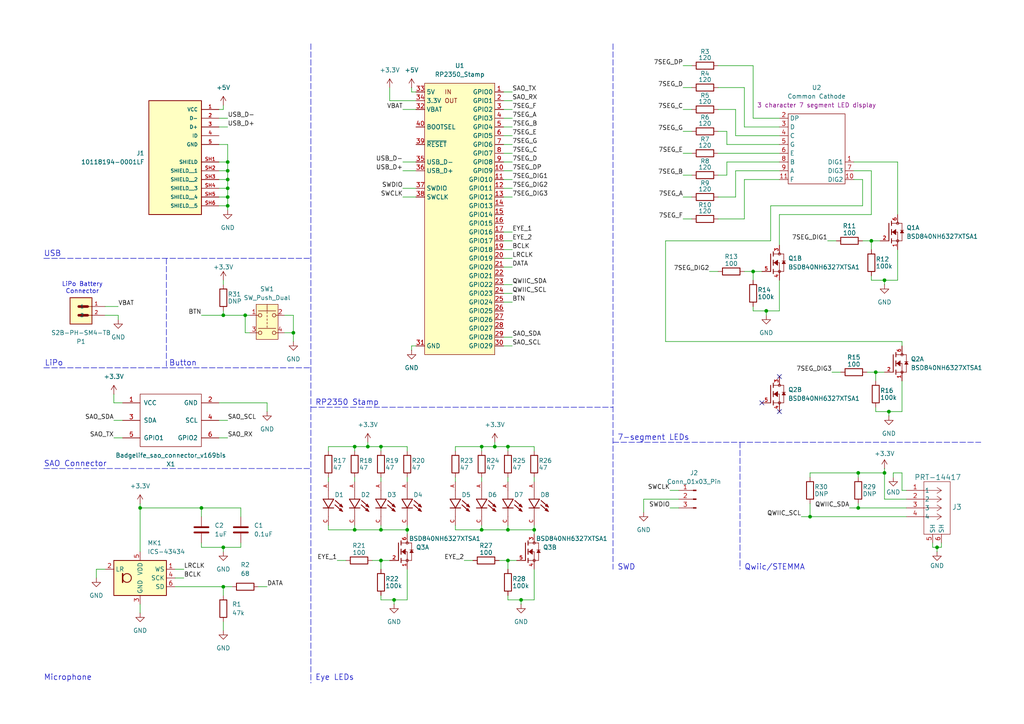
<source format=kicad_sch>
(kicad_sch (version 20250114) (generator "eeschema") (generator_version "9.0")
  (paper "A4")
  (title_block (title "Crommeter") (date "2025-09-20") (rev "v01") (company "creativecommons.org/licenses/by/4.0/") (comment 1 "License: CC BY 4.0") (comment 2 "Author: Shawn Hymel"))
  (lib_symbols
    (symbol "10118194-0001LF:10118194-0001LF" (pin_names (offset 1.016))
      (property "Reference" "J" (at -7.62 10.922 0))
      (property "Value" "10118194-0001LF" (at -7.62 -25.4 0))
      (symbol "10118194-0001LF_0_0"
        (pin power_in line (at -12.7 7.62 0) (length 5.08) (name "VCC") (number "1"))
        (pin bidirectional line (at -12.7 5.08 0) (length 5.08) (name "D-") (number "2"))
        (pin bidirectional line (at -12.7 2.54 0) (length 5.08) (name "D+") (number "3"))
        (pin bidirectional line (at -12.7 0 0) (length 5.08) (name "ID") (number "4"))
        (pin power_in line (at -12.7 -2.54 0) (length 5.08) (name "GND") (number "5"))
        (pin passive line (at -12.7 -7.62 0) (length 5.08) (name "SHIELD") (number "SH1"))
        (pin passive line (at -12.7 -10.16 0) (length 5.08) (name "SHIELD__1") (number "SH2"))
        (pin passive line (at -12.7 -12.7 0) (length 5.08) (name "SHIELD__2") (number "SH3"))
        (pin passive line (at -12.7 -15.24 0) (length 5.08) (name "SHIELD__3") (number "SH4"))
        (pin passive line (at -12.7 -17.78 0) (length 5.08) (name "SHIELD__4") (number "SH5"))
        (pin passive line (at -12.7 -20.32 0) (length 5.08) (name "SHIELD__5") (number "SH6"))
      )
    )
    (symbol "BSD840NH6327XTSA1:BSD840NH6327XTSA1" (pin_names (offset 1.016))
      (property "Reference" "Q" (at -8.89 2.54 0))
      (property "Value" "BSD840NH6327XTSA1" (at -8.89 -7.62 0))
      (symbol "BSD840NH6327XTSA1_1_0"
        (pin passive line (at -2.54 -2.54 0) (length 2.54) (name "~") (number "2"))
        (pin passive line (at 2.54 5.08 270) (length 2.54) (name "~") (number "6"))
        (pin passive line (at 2.54 -5.08 90) (length 2.54) (name "~") (number "1"))
      )
      (symbol "BSD840NH6327XTSA1_2_0"
        (pin passive line (at -2.54 -2.54 0) (length 2.54) (name "~") (number "5"))
        (pin passive line (at 2.54 5.08 270) (length 2.54) (name "~") (number "3"))
        (pin passive line (at 2.54 -5.08 90) (length 2.54) (name "~") (number "4"))
      )
    )
    (symbol "CUW_Y3SH.B2-GFJD-5J6T-Z242-20-R18-Z:CUW_Y3SH.B2-GFJD-5J6T-Z242-20-R18-Z" (pin_names (offset 1.016))
      (property "Reference" "D" (at -3.556 4.4958 0))
      (property "Value" "CUW_Y3SH.B2-GFJD-5J6T-Z242-20-R18-Z" (at -3.556 -3.302 0))
      (symbol "CUW_Y3SH.B2-GFJD-5J6T-Z242-20-R18-Z_0_0"
        (pin passive line (at -7.62 0 0) (length 2.54) (name "~") (number "A"))
        (pin passive line (at 5.08 0 180) (length 2.54) (name "~") (number "C"))
      )
    )
    (symbol "Connector:Conn_01x03_Pin" (pin_names (offset 1.016) (hide yes))
      (property "Reference" "J" (at 0 5.08 0))
      (property "Value" "Conn_01x03_Pin" (at 0 -5.08 0))
      (symbol "Conn_01x03_Pin_1_1"
        (pin passive line (at 5.08 2.54 180) (length 3.81) (name "Pin_1") (number "1"))
        (pin passive line (at 5.08 0 180) (length 3.81) (name "Pin_2") (number "2"))
        (pin passive line (at 5.08 -2.54 180) (length 3.81) (name "Pin_3") (number "3"))
      )
    )
    (symbol "Device:C" (pin_numbers (hide yes)) (pin_names (offset 0.254))
      (property "Reference" "C" (at 0.635 2.54 0))
      (property "Value" "C" (at 0.635 -2.54 0))
      (symbol "C_1_1"
        (pin passive line (at 0 3.81 270) (length 2.794) (name "~") (number "1"))
        (pin passive line (at 0 -3.81 90) (length 2.794) (name "~") (number "2"))
      )
    )
    (symbol "Device:R" (pin_numbers (hide yes)) (pin_names (offset 0))
      (property "Reference" "R" (at 2.032 0 90))
      (property "Value" "R" (at 0 0 90))
      (symbol "R_1_1"
        (pin passive line (at 0 3.81 270) (length 1.27) (name "~") (number "1"))
        (pin passive line (at 0 -3.81 90) (length 1.27) (name "~") (number "2"))
      )
    )
    (symbol "RP2xxx_Stamp:RP2350_Stamp"
      (property "Reference" "U" (at 10.16 43.18 0))
      (property "Value" "RP2350_Stamp" (at 0 -38.1 0))
      (symbol "RP2350_Stamp_0_0"
        (text "IN" (at -4.445 39.37 0) (effects (font (size 1.27 1.27)) (justify left)))
        (text "OUT" (at -4.445 36.83 0) (effects (font (size 1.27 1.27)) (justify left)))
        (pin power_in line (at -12.7 39.37 0) (length 2.54) (name "5V") (number "33"))
        (pin power_out line (at -12.7 36.83 0) (length 2.54) (name "3.3V") (number "34"))
        (pin power_in line (at -12.7 34.29 0) (length 2.54) (name "VBAT") (number "32"))
        (pin input line (at -12.7 29.21 0) (length 2.54) (name "BOOTSEL") (number "40"))
        (pin bidirectional line (at -12.7 24.13 0) (length 2.54) (name "~{RESET}") (number "39"))
        (pin bidirectional line (at -12.7 19.05 0) (length 2.54) (name "USB_D-") (number "35"))
        (pin bidirectional line (at -12.7 16.51 0) (length 2.54) (name "USB_D+") (number "36"))
        (pin bidirectional line (at -12.7 11.43 0) (length 2.54) (name "SWDIO") (number "37"))
        (pin input line (at -12.7 8.89 0) (length 2.54) (name "SWCLK") (number "38"))
        (pin power_in line (at -12.7 -34.29 0) (length 2.54) (name "GND") (number "31"))
        (pin bidirectional line (at 12.7 39.37 180) (length 2.54) (name "GPIO0") (number "1"))
        (pin bidirectional line (at 12.7 36.83 180) (length 2.54) (name "GPIO1") (number "2"))
        (pin bidirectional line (at 12.7 34.29 180) (length 2.54) (name "GPIO2") (number "3"))
        (pin bidirectional line (at 12.7 31.75 180) (length 2.54) (name "GPIO3") (number "4"))
        (pin bidirectional line (at 12.7 29.21 180) (length 2.54) (name "GPIO4") (number "5"))
        (pin bidirectional line (at 12.7 26.67 180) (length 2.54) (name "GPIO5") (number "6"))
        (pin bidirectional line (at 12.7 24.13 180) (length 2.54) (name "GPIO6") (number "7"))
        (pin bidirectional line (at 12.7 21.59 180) (length 2.54) (name "GPIO7") (number "8"))
        (pin bidirectional line (at 12.7 19.05 180) (length 2.54) (name "GPIO8") (number "9"))
        (pin bidirectional line (at 12.7 16.51 180) (length 2.54) (name "GPIO9") (number "10"))
        (pin bidirectional line (at 12.7 13.97 180) (length 2.54) (name "GPIO10") (number "11"))
        (pin bidirectional line (at 12.7 11.43 180) (length 2.54) (name "GPIO11") (number "12"))
        (pin bidirectional line (at 12.7 8.89 180) (length 2.54) (name "GPIO12") (number "13"))
        (pin bidirectional line (at 12.7 6.35 180) (length 2.54) (name "GPIO13") (number "14"))
        (pin bidirectional line (at 12.7 3.81 180) (length 2.54) (name "GPIO14") (number "15"))
        (pin bidirectional line (at 12.7 1.27 180) (length 2.54) (name "GPIO15") (number "16"))
        (pin bidirectional line (at 12.7 -1.27 180) (length 2.54) (name "GPIO16") (number "17"))
        (pin bidirectional line (at 12.7 -3.81 180) (length 2.54) (name "GPIO17") (number "18"))
        (pin bidirectional line (at 12.7 -6.35 180) (length 2.54) (name "GPIO18") (number "19"))
        (pin bidirectional line (at 12.7 -8.89 180) (length 2.54) (name "GPIO19") (number "20"))
        (pin bidirectional line (at 12.7 -11.43 180) (length 2.54) (name "GPIO20") (number "21"))
        (pin bidirectional line (at 12.7 -13.97 180) (length 2.54) (name "GPIO21") (number "22"))
        (pin bidirectional line (at 12.7 -16.51 180) (length 2.54) (name "GPIO22") (number "23"))
        (pin bidirectional line (at 12.7 -19.05 180) (length 2.54) (name "GPIO23") (number "24"))
        (pin bidirectional line (at 12.7 -21.59 180) (length 2.54) (name "GPIO24") (number "25"))
        (pin bidirectional line (at 12.7 -24.13 180) (length 2.54) (name "GPIO25") (number "26"))
        (pin bidirectional line (at 12.7 -26.67 180) (length 2.54) (name "GPIO26") (number "27"))
        (pin bidirectional line (at 12.7 -29.21 180) (length 2.54) (name "GPIO27") (number "28"))
        (pin bidirectional line (at 12.7 -31.75 180) (length 2.54) (name "GPIO28") (number "29"))
        (pin bidirectional line (at 12.7 -34.29 180) (length 2.54) (name "GPIO29") (number "30"))
      )
    )
    (symbol "S2B-PH-SM4-TB:S2B-PH-SM4-TB" (pin_names (offset 1.016))
      (property "Reference" "P" (at -1.2718 3.8155 0))
      (property "Value" "S2B-PH-SM4-TB" (at -1.271 -5.0839 0))
      (symbol "S2B-PH-SM4-TB_0_0"
        (pin passive line (at -5.08 1.27 0) (length 5.08) (name "1") (number "1"))
        (pin passive line (at -5.08 -1.27 0) (length 5.08) (name "2") (number "2"))
      )
    )
    (symbol "Sensor_Audio:ICS-43434"
      (property "Reference" "MK" (at -7.62 6.35 0))
      (property "Value" "ICS-43434" (at 1.27 6.35 0))
      (symbol "ICS-43434_1_1"
        (pin input line (at -10.16 2.54 0) (length 2.54) (name "LR") (number "2"))
        (pin power_in line (at 0 7.62 270) (length 2.54) (name "VDD") (number "5"))
        (pin power_in line (at 0 -7.62 90) (length 2.54) (name "GND") (number "3"))
        (pin input line (at 10.16 2.54 180) (length 2.54) (name "WS") (number "1"))
        (pin input line (at 10.16 0 180) (length 2.54) (name "SCK") (number "4"))
        (pin output line (at 10.16 -2.54 180) (length 2.54) (name "SD") (number "6"))
      )
    )
    (symbol "Switch:SW_Push_Dual" (pin_names (offset 1.016) (hide yes))
      (property "Reference" "SW" (at 0 7.62 0))
      (property "Value" "SW_Push_Dual" (at 0 -6.35 0))
      (symbol "SW_Push_Dual_0_1"
        (pin passive line (at -5.08 2.54 0) (length 2.54) (name "1") (number "1"))
        (pin passive line (at -5.08 -2.54 0) (length 2.54) (name "3") (number "3"))
        (pin passive line (at 5.08 2.54 180) (length 2.54) (name "2") (number "2"))
        (pin passive line (at 5.08 -2.54 180) (length 2.54) (name "4") (number "4"))
      )
    )
    (symbol "badgelife_shitty_addon_v169bis:Badgelife_sao_connector_v169bis" (pin_names (offset 1.016))
      (property "Reference" "X" (at 0 0 0))
      (property "Value" "Badgelife_sao_connector_v169bis" (at 0 20.32 0))
      (symbol "Badgelife_sao_connector_v169bis_1_1"
        (pin input line (at -5.08 13.97 270) (length 5.08) (name "VCC") (number "1"))
        (pin input line (at -5.08 -13.97 90) (length 5.08) (name "GND") (number "2"))
        (pin input line (at 0 13.97 270) (length 5.08) (name "SDA") (number "3"))
        (pin input line (at 0 -13.97 90) (length 5.08) (name "SCL") (number "4"))
        (pin input line (at 5.08 13.97 270) (length 5.08) (name "GPIO1") (number "5"))
        (pin input line (at 5.08 -13.97 90) (length 5.08) (name "GPIO2") (number "6"))
      )
    )
    (symbol "custom:SDTC40R2W"
      (property "Reference" "U" (at -5.588 11.43 0))
      (property "Value" "Common Cathode" (at 0 -14.224 0))
      (property "Description" "3 character 7 segment LED display" (at 0 -11.684 0))
      (symbol "SDTC40R2W_1_1"
        (pin input line (at -10.16 8.89 0) (length 2.54) (name "DP") (number "2"))
        (pin input line (at -10.16 6.35 0) (length 2.54) (name "D") (number "3"))
        (pin input line (at -10.16 3.81 0) (length 2.54) (name "C") (number "4"))
        (pin input line (at -10.16 1.27 0) (length 2.54) (name "G") (number "5"))
        (pin input line (at -10.16 -1.27 0) (length 2.54) (name "E") (number "6"))
        (pin input line (at -10.16 -3.81 0) (length 2.54) (name "B") (number "8"))
        (pin input line (at -10.16 -6.35 0) (length 2.54) (name "A") (number "9"))
        (pin input line (at -10.16 -8.89 0) (length 2.54) (name "F") (number "11"))
        (pin input line (at 11.43 -3.81 180) (length 2.54) (name "DIG1") (number "1"))
        (pin input line (at 11.43 -6.35 180) (length 2.54) (name "DIG3") (number "7"))
        (pin input line (at 11.43 -8.89 180) (length 2.54) (name "DIG2") (number "10"))
      )
    )
    (symbol "power:+3.3V" (power) (pin_numbers (hide yes)) (pin_names (offset 0) (hide yes))
      (property "Value" "+3.3V" (at 0 3.556 0))
      (symbol "+3.3V_1_1"
        (pin power_in line (at 0 0 90) (length 0) (name "~") (number "1"))
      )
    )
    (symbol "power:+5V" (power) (pin_numbers (hide yes)) (pin_names (offset 0) (hide yes))
      (property "Value" "+5V" (at 0 3.556 0))
      (symbol "+5V_1_1"
        (pin power_in line (at 0 0 90) (length 0) (name "~") (number "1"))
      )
    )
    (symbol "power:GND" (power) (pin_numbers (hide yes)) (pin_names (offset 0) (hide yes))
      (property "Value" "GND" (at 0 -3.81 0))
      (symbol "GND_1_1"
        (pin power_in line (at 0 0 270) (length 0) (name "~") (number "1"))
      )
    )
    (symbol "qwiic_connector:PRT-14417" (pin_names (offset 0.254))
      (property "Reference" "J" (at 8.89 6.35 0))
      (property "Value" "PRT-14417" (at 0 0 0))
      (symbol "PRT-14417_1_1"
        (pin unspecified line (at 0 0 0) (length 5.08) (name "1") (number "1"))
        (pin unspecified line (at 0 -2.54 0) (length 5.08) (name "2") (number "2"))
        (pin unspecified line (at 0 -5.08 0) (length 5.08) (name "3") (number "3"))
        (pin unspecified line (at 0 -7.62 0) (length 5.08) (name "4") (number "4"))
        (pin passive line (at 7.62 -15.24 90) (length 2.54) (name "SH") (number "5"))
        (pin passive line (at 10.16 -15.24 90) (length 2.54) (name "SH") (number "6"))
      )
      (symbol "PRT-14417_1_2"
        (pin unspecified line (at 0 0 0) (length 5.08) (name "1") (number "1"))
        (pin unspecified line (at 0 -2.54 0) (length 5.08) (name "2") (number "2"))
        (pin unspecified line (at 0 -5.08 0) (length 5.08) (name "3") (number "3"))
        (pin unspecified line (at 0 -7.62 0) (length 5.08) (name "4") (number "4"))
      )
    )
  )
  (text "7-segment LEDs" (at 179.07 127 0) (effects (font (size 1.6256 1.6256)) (justify left)))
  (text "RP2350 Stamp" (at 91.44 116.84 0) (effects (font (size 1.6256 1.6256)) (justify left)))
  (text "Microphone" (at 12.7 196.596 0) (effects (font (size 1.6256 1.6256)) (justify left)))
  (text "USB" (at 12.7 73.66 0) (effects (font (size 1.6256 1.6256)) (justify left)))
  (text "LiPo Battery\nConnector" (at 23.876 83.566 0) (effects (font (size 1.27 1.27))))
  (text "Eye LEDs" (at 91.44 196.596 0) (effects (font (size 1.6256 1.6256)) (justify left)))
  (text "Button" (at 49.022 105.41 0) (effects (font (size 1.6256 1.6256)) (justify left)))
  (text "Qwiic/STEMMA" (at 215.9 164.592 0) (effects (font (size 1.6256 1.6256)) (justify left)))
  (text "LiPo" (at 12.954 105.41 0) (effects (font (size 1.6256 1.6256)) (justify left)))
  (text "SAO Connector" (at 12.7 134.62 0) (effects (font (size 1.6256 1.6256)) (justify left)))
  (text "SWD" (at 179.07 164.592 0) (effects (font (size 1.6256 1.6256)) (justify left)))
  (junction (at 248.92 137.16))
  (junction (at 139.7 153.67))
  (junction (at 66.04 52.07))
  (junction (at 151.13 173.99))
  (junction (at 256.54 81.28))
  (junction (at 114.3 173.99))
  (junction (at 222.25 90.17))
  (junction (at 257.81 119.38))
  (junction (at 58.42 147.32))
  (junction (at 252.73 69.85))
  (junction (at 64.77 158.75))
  (junction (at 254 107.95))
  (junction (at 147.32 162.56))
  (junction (at 66.04 46.99))
  (junction (at 110.49 153.67))
  (junction (at 64.77 170.18))
  (junction (at 106.68 129.54))
  (junction (at 154.94 153.67))
  (junction (at 256.54 137.16))
  (junction (at 147.32 153.67))
  (junction (at 40.64 147.32))
  (junction (at 110.49 129.54))
  (junction (at 139.7 129.54))
  (junction (at 66.04 49.53))
  (junction (at 66.04 54.61))
  (junction (at 147.32 129.54))
  (junction (at 110.49 162.56))
  (junction (at 66.04 57.15))
  (junction (at 218.44 78.74))
  (junction (at 64.77 91.44))
  (junction (at 234.95 149.86))
  (junction (at 66.04 59.69))
  (junction (at 248.92 147.32))
  (junction (at 71.12 91.44))
  (junction (at 102.87 129.54))
  (junction (at 143.51 129.54))
  (junction (at 85.09 96.52))
  (junction (at 102.87 153.67))
  (junction (at 271.78 158.75))
  (junction (at 118.11 153.67))
  (no_connect (at 226.06 119.38))
  (no_connect (at 226.06 109.22))
  (no_connect (at 220.98 116.84))
  (wire (pts (xy 223.52 59.69) (xy 223.52 69.85)))
  (wire (pts (xy 146.05 97.79) (xy 148.59 97.79)))
  (wire (pts (xy 215.9 78.74) (xy 218.44 78.74)))
  (wire (pts (xy 132.08 152.4) (xy 132.08 153.67)))
  (wire (pts (xy 132.08 153.67) (xy 139.7 153.67)))
  (wire (pts (xy 208.28 63.5) (xy 215.9 63.5)))
  (wire (pts (xy 50.8 167.64) (xy 53.34 167.64)))
  (wire (pts (xy 110.49 172.72) (xy 110.49 173.99)))
  (wire (pts (xy 208.28 31.75) (xy 213.36 31.75)))
  (wire (pts (xy 226.06 62.23) (xy 252.73 62.23)))
  (wire (pts (xy 198.12 50.8) (xy 200.66 50.8)))
  (polyline (pts (xy 90.17 12.7) (xy 90.17 198.12)) (stroke (width 0) (type dash)))
  (wire (pts (xy 63.5 57.15) (xy 66.04 57.15)))
  (wire (pts (xy 218.44 78.74) (xy 220.98 78.74)))
  (wire (pts (xy 66.04 54.61) (xy 66.04 57.15)))
  (wire (pts (xy 72.39 96.52) (xy 71.12 96.52)))
  (wire (pts (xy 154.94 153.67) (xy 154.94 154.94)))
  (wire (pts (xy 64.77 158.75) (xy 64.77 160.02)))
  (wire (pts (xy 205.74 78.74) (xy 208.28 78.74)))
  (wire (pts (xy 250.19 69.85) (xy 252.73 69.85)))
  (wire (pts (xy 252.73 49.53) (xy 252.73 62.23)))
  (wire (pts (xy 116.84 46.99) (xy 120.65 46.99)))
  (wire (pts (xy 102.87 153.67) (xy 110.49 153.67)))
  (wire (pts (xy 110.49 129.54) (xy 110.49 130.81)))
  (wire (pts (xy 119.38 101.6) (xy 119.38 100.33)))
  (wire (pts (xy 119.38 100.33) (xy 120.65 100.33)))
  (wire (pts (xy 223.52 59.69) (xy 250.19 59.69)))
  (wire (pts (xy 132.08 129.54) (xy 139.7 129.54)))
  (wire (pts (xy 151.13 173.99) (xy 154.94 173.99)))
  (wire (pts (xy 259.08 137.16) (xy 259.08 138.43)))
  (wire (pts (xy 146.05 29.21) (xy 148.59 29.21)))
  (wire (pts (xy 66.04 34.29) (xy 63.5 34.29)))
  (wire (pts (xy 143.51 129.54) (xy 143.51 128.27)))
  (wire (pts (xy 154.94 153.67) (xy 147.32 153.67)))
  (wire (pts (xy 198.12 57.15) (xy 200.66 57.15)))
  (wire (pts (xy 146.05 39.37) (xy 148.59 39.37)))
  (wire (pts (xy 248.92 137.16) (xy 248.92 138.43)))
  (wire (pts (xy 64.77 180.34) (xy 64.77 182.88)))
  (wire (pts (xy 234.95 149.86) (xy 262.89 149.86)))
  (wire (pts (xy 226.06 62.23) (xy 226.06 71.12)))
  (wire (pts (xy 58.42 147.32) (xy 58.42 149.86)))
  (wire (pts (xy 208.28 44.45) (xy 226.06 44.45)))
  (wire (pts (xy 63.5 46.99) (xy 66.04 46.99)))
  (wire (pts (xy 208.28 57.15) (xy 213.36 57.15)))
  (wire (pts (xy 261.62 99.06) (xy 261.62 100.33)))
  (polyline (pts (xy 12.7 106.68) (xy 90.17 106.68)) (stroke (width 0) (type dash)))
  (wire (pts (xy 116.84 31.75) (xy 120.65 31.75)))
  (wire (pts (xy 246.38 147.32) (xy 248.92 147.32)))
  (wire (pts (xy 146.05 44.45) (xy 148.59 44.45)))
  (wire (pts (xy 110.49 138.43) (xy 110.49 139.7)))
  (wire (pts (xy 256.54 81.28) (xy 256.54 82.55)))
  (wire (pts (xy 146.05 77.47) (xy 148.59 77.47)))
  (wire (pts (xy 58.42 158.75) (xy 64.77 158.75)))
  (wire (pts (xy 146.05 69.85) (xy 148.59 69.85)))
  (wire (pts (xy 119.38 26.67) (xy 120.65 26.67)))
  (wire (pts (xy 147.32 162.56) (xy 147.32 165.1)))
  (wire (pts (xy 82.55 91.44) (xy 85.09 91.44)))
  (polyline (pts (xy 177.8 128.27) (xy 284.48 128.27)) (stroke (width 0) (type dash)))
  (wire (pts (xy 132.08 138.43) (xy 132.08 139.7)))
  (wire (pts (xy 147.32 129.54) (xy 147.32 130.81)))
  (wire (pts (xy 234.95 137.16) (xy 234.95 138.43)))
  (wire (pts (xy 27.94 165.1) (xy 30.48 165.1)))
  (wire (pts (xy 102.87 152.4) (xy 102.87 153.67)))
  (wire (pts (xy 198.12 38.1) (xy 200.66 38.1)))
  (wire (pts (xy 271.78 158.75) (xy 273.05 158.75)))
  (wire (pts (xy 213.36 39.37) (xy 226.06 39.37)))
  (wire (pts (xy 270.51 158.75) (xy 271.78 158.75)))
  (polyline (pts (xy 177.8 12.7) (xy 177.8 165.1)) (stroke (width 0) (type dash)))
  (wire (pts (xy 85.09 91.44) (xy 85.09 96.52)))
  (wire (pts (xy 254 119.38) (xy 257.81 119.38)))
  (wire (pts (xy 248.92 147.32) (xy 262.89 147.32)))
  (wire (pts (xy 107.95 162.56) (xy 110.49 162.56)))
  (wire (pts (xy 120.65 29.21) (xy 113.03 29.21)))
  (wire (pts (xy 146.05 72.39) (xy 148.59 72.39)))
  (wire (pts (xy 250.19 52.07) (xy 250.19 59.69)))
  (wire (pts (xy 146.05 46.99) (xy 148.59 46.99)))
  (wire (pts (xy 257.81 119.38) (xy 261.62 119.38)))
  (wire (pts (xy 69.85 158.75) (xy 69.85 157.48)))
  (wire (pts (xy 116.84 54.61) (xy 120.65 54.61)))
  (wire (pts (xy 256.54 81.28) (xy 260.35 81.28)))
  (wire (pts (xy 40.64 147.32) (xy 58.42 147.32)))
  (wire (pts (xy 213.36 31.75) (xy 213.36 39.37)))
  (wire (pts (xy 66.04 41.91) (xy 66.04 46.99)))
  (wire (pts (xy 64.77 81.28) (xy 64.77 82.55)))
  (wire (pts (xy 210.82 46.99) (xy 226.06 46.99)))
  (wire (pts (xy 114.3 173.99) (xy 114.3 175.26)))
  (wire (pts (xy 118.11 129.54) (xy 118.11 130.81)))
  (wire (pts (xy 64.77 158.75) (xy 69.85 158.75)))
  (wire (pts (xy 66.04 46.99) (xy 66.04 49.53)))
  (wire (pts (xy 154.94 173.99) (xy 154.94 165.1)))
  (polyline (pts (xy 90.17 118.11) (xy 177.8 118.11)) (stroke (width 0) (type dash)))
  (wire (pts (xy 213.36 49.53) (xy 226.06 49.53)))
  (wire (pts (xy 240.03 69.85) (xy 242.57 69.85)))
  (wire (pts (xy 147.32 138.43) (xy 147.32 139.7)))
  (wire (pts (xy 146.05 34.29) (xy 148.59 34.29)))
  (polyline (pts (xy 12.7 135.89) (xy 90.17 135.89)) (stroke (width 0) (type dash)))
  (wire (pts (xy 64.77 90.17) (xy 64.77 91.44)))
  (wire (pts (xy 261.62 119.38) (xy 261.62 110.49)))
  (wire (pts (xy 27.94 165.1) (xy 27.94 167.64)))
  (wire (pts (xy 146.05 49.53) (xy 148.59 49.53)))
  (wire (pts (xy 110.49 173.99) (xy 114.3 173.99)))
  (wire (pts (xy 241.3 107.95) (xy 243.84 107.95)))
  (wire (pts (xy 215.9 36.83) (xy 226.06 36.83)))
  (wire (pts (xy 63.5 49.53) (xy 66.04 49.53)))
  (wire (pts (xy 33.02 127) (xy 35.56 127)))
  (wire (pts (xy 146.05 74.93) (xy 148.59 74.93)))
  (wire (pts (xy 146.05 54.61) (xy 148.59 54.61)))
  (wire (pts (xy 146.05 67.31) (xy 148.59 67.31)))
  (wire (pts (xy 198.12 31.75) (xy 200.66 31.75)))
  (wire (pts (xy 118.11 153.67) (xy 118.11 154.94)))
  (wire (pts (xy 50.8 165.1) (xy 53.34 165.1)))
  (wire (pts (xy 63.5 41.91) (xy 66.04 41.91)))
  (wire (pts (xy 218.44 88.9) (xy 218.44 90.17)))
  (wire (pts (xy 254 107.95) (xy 256.54 107.95)))
  (wire (pts (xy 118.11 138.43) (xy 118.11 139.7)))
  (wire (pts (xy 147.32 129.54) (xy 154.94 129.54)))
  (wire (pts (xy 196.85 147.32) (xy 194.31 147.32)))
  (wire (pts (xy 69.85 149.86) (xy 69.85 147.32)))
  (wire (pts (xy 146.05 31.75) (xy 148.59 31.75)))
  (wire (pts (xy 66.04 57.15) (xy 66.04 59.69)))
  (wire (pts (xy 154.94 129.54) (xy 154.94 130.81)))
  (wire (pts (xy 64.77 170.18) (xy 67.31 170.18)))
  (polyline (pts (xy 12.7 74.93) (xy 90.17 74.93)) (stroke (width 0) (type dash)))
  (wire (pts (xy 71.12 96.52) (xy 71.12 91.44)))
  (wire (pts (xy 147.32 162.56) (xy 149.86 162.56)))
  (wire (pts (xy 102.87 129.54) (xy 106.68 129.54)))
  (wire (pts (xy 106.68 129.54) (xy 106.68 128.27)))
  (wire (pts (xy 146.05 100.33) (xy 148.59 100.33)))
  (wire (pts (xy 218.44 78.74) (xy 218.44 81.28)))
  (wire (pts (xy 154.94 152.4) (xy 154.94 153.67)))
  (wire (pts (xy 154.94 138.43) (xy 154.94 139.7)))
  (wire (pts (xy 262.89 142.24) (xy 261.62 142.24)))
  (wire (pts (xy 146.05 41.91) (xy 148.59 41.91)))
  (wire (pts (xy 119.38 25.4) (xy 119.38 26.67)))
  (wire (pts (xy 139.7 138.43) (xy 139.7 139.7)))
  (wire (pts (xy 210.82 41.91) (xy 226.06 41.91)))
  (wire (pts (xy 85.09 96.52) (xy 85.09 99.06)))
  (polyline (pts (xy 48.26 74.93) (xy 48.26 106.68)) (stroke (width 0) (type dash)))
  (wire (pts (xy 118.11 153.67) (xy 110.49 153.67)))
  (wire (pts (xy 95.25 153.67) (xy 102.87 153.67)))
  (wire (pts (xy 146.05 57.15) (xy 148.59 57.15)))
  (wire (pts (xy 198.12 25.4) (xy 200.66 25.4)))
  (wire (pts (xy 74.93 170.18) (xy 77.47 170.18)))
  (wire (pts (xy 196.85 144.78) (xy 186.69 144.78)))
  (wire (pts (xy 215.9 25.4) (xy 215.9 36.83)))
  (wire (pts (xy 58.42 147.32) (xy 69.85 147.32)))
  (wire (pts (xy 146.05 26.67) (xy 148.59 26.67)))
  (wire (pts (xy 50.8 170.18) (xy 64.77 170.18)))
  (wire (pts (xy 110.49 162.56) (xy 113.03 162.56)))
  (wire (pts (xy 208.28 25.4) (xy 215.9 25.4)))
  (wire (pts (xy 116.84 57.15) (xy 120.65 57.15)))
  (wire (pts (xy 215.9 52.07) (xy 226.06 52.07)))
  (wire (pts (xy 196.85 142.24) (xy 194.31 142.24)))
  (wire (pts (xy 234.95 137.16) (xy 248.92 137.16)))
  (wire (pts (xy 273.05 157.48) (xy 273.05 158.75)))
  (wire (pts (xy 146.05 82.55) (xy 148.59 82.55)))
  (wire (pts (xy 64.77 91.44) (xy 71.12 91.44)))
  (wire (pts (xy 40.64 146.05) (xy 40.64 147.32)))
  (wire (pts (xy 63.5 52.07) (xy 66.04 52.07)))
  (wire (pts (xy 63.5 54.61) (xy 66.04 54.61)))
  (wire (pts (xy 261.62 137.16) (xy 259.08 137.16)))
  (wire (pts (xy 66.04 36.83) (xy 63.5 36.83)))
  (wire (pts (xy 247.65 52.07) (xy 250.19 52.07)))
  (wire (pts (xy 144.78 162.56) (xy 147.32 162.56)))
  (wire (pts (xy 146.05 36.83) (xy 148.59 36.83)))
  (wire (pts (xy 58.42 91.44) (xy 64.77 91.44)))
  (wire (pts (xy 66.04 52.07) (xy 66.04 54.61)))
  (wire (pts (xy 110.49 152.4) (xy 110.49 153.67)))
  (wire (pts (xy 97.79 162.56) (xy 100.33 162.56)))
  (wire (pts (xy 95.25 130.81) (xy 95.25 129.54)))
  (wire (pts (xy 252.73 81.28) (xy 256.54 81.28)))
  (wire (pts (xy 271.78 158.75) (xy 271.78 160.02)))
  (wire (pts (xy 114.3 173.99) (xy 118.11 173.99)))
  (wire (pts (xy 77.47 116.84) (xy 77.47 119.38)))
  (wire (pts (xy 222.25 90.17) (xy 222.25 91.44)))
  (wire (pts (xy 218.44 90.17) (xy 222.25 90.17)))
  (wire (pts (xy 208.28 38.1) (xy 210.82 38.1)))
  (wire (pts (xy 71.12 91.44) (xy 72.39 91.44)))
  (wire (pts (xy 215.9 63.5) (xy 215.9 52.07)))
  (wire (pts (xy 234.95 149.86) (xy 234.95 146.05)))
  (wire (pts (xy 95.25 129.54) (xy 102.87 129.54)))
  (wire (pts (xy 82.55 96.52) (xy 85.09 96.52)))
  (wire (pts (xy 146.05 85.09) (xy 148.59 85.09)))
  (wire (pts (xy 63.5 121.92) (xy 66.04 121.92)))
  (wire (pts (xy 210.82 50.8) (xy 210.82 46.99)))
  (wire (pts (xy 254 107.95) (xy 254 110.49)))
  (wire (pts (xy 256.54 137.16) (xy 248.92 137.16)))
  (wire (pts (xy 35.56 116.84) (xy 33.02 116.84)))
  (wire (pts (xy 30.48 88.9) (xy 34.29 88.9)))
  (wire (pts (xy 95.25 138.43) (xy 95.25 139.7)))
  (wire (pts (xy 208.28 19.05) (xy 218.44 19.05)))
  (wire (pts (xy 33.02 121.92) (xy 35.56 121.92)))
  (wire (pts (xy 193.04 69.85) (xy 193.04 99.06)))
  (wire (pts (xy 33.02 116.84) (xy 33.02 114.3)))
  (wire (pts (xy 193.04 99.06) (xy 261.62 99.06)))
  (wire (pts (xy 139.7 129.54) (xy 143.51 129.54)))
  (wire (pts (xy 248.92 147.32) (xy 248.92 146.05)))
  (wire (pts (xy 213.36 57.15) (xy 213.36 49.53)))
  (polyline (pts (xy 214.63 128.27) (xy 214.63 165.1)) (stroke (width 0) (type dash)))
  (wire (pts (xy 247.65 49.53) (xy 252.73 49.53)))
  (wire (pts (xy 260.35 72.39) (xy 260.35 81.28)))
  (wire (pts (xy 139.7 152.4) (xy 139.7 153.67)))
  (wire (pts (xy 110.49 129.54) (xy 118.11 129.54)))
  (wire (pts (xy 146.05 87.63) (xy 148.59 87.63)))
  (wire (pts (xy 40.64 147.32) (xy 40.64 160.02)))
  (wire (pts (xy 63.5 59.69) (xy 66.04 59.69)))
  (wire (pts (xy 247.65 46.99) (xy 260.35 46.99)))
  (wire (pts (xy 63.5 31.75) (xy 64.77 31.75)))
  (wire (pts (xy 118.11 173.99) (xy 118.11 165.1)))
  (wire (pts (xy 139.7 153.67) (xy 147.32 153.67)))
  (wire (pts (xy 102.87 138.43) (xy 102.87 139.7)))
  (wire (pts (xy 260.35 46.99) (xy 260.35 62.23)))
  (wire (pts (xy 147.32 173.99) (xy 151.13 173.99)))
  (wire (pts (xy 58.42 157.48) (xy 58.42 158.75)))
  (wire (pts (xy 40.64 175.26) (xy 40.64 177.8)))
  (wire (pts (xy 102.87 129.54) (xy 102.87 130.81)))
  (wire (pts (xy 147.32 172.72) (xy 147.32 173.99)))
  (wire (pts (xy 106.68 129.54) (xy 110.49 129.54)))
  (wire (pts (xy 208.28 50.8) (xy 210.82 50.8)))
  (wire (pts (xy 210.82 38.1) (xy 210.82 41.91)))
  (wire (pts (xy 232.41 149.86) (xy 234.95 149.86)))
  (wire (pts (xy 198.12 63.5) (xy 200.66 63.5)))
  (wire (pts (xy 223.52 69.85) (xy 193.04 69.85)))
  (wire (pts (xy 222.25 90.17) (xy 226.06 90.17)))
  (wire (pts (xy 134.62 162.56) (xy 137.16 162.56)))
  (wire (pts (xy 132.08 130.81) (xy 132.08 129.54)))
  (wire (pts (xy 261.62 142.24) (xy 261.62 137.16)))
  (wire (pts (xy 198.12 44.45) (xy 200.66 44.45)))
  (wire (pts (xy 198.12 19.05) (xy 200.66 19.05)))
  (wire (pts (xy 218.44 34.29) (xy 226.06 34.29)))
  (wire (pts (xy 113.03 29.21) (xy 113.03 25.4)))
  (wire (pts (xy 270.51 157.48) (xy 270.51 158.75)))
  (wire (pts (xy 151.13 173.99) (xy 151.13 175.26)))
  (wire (pts (xy 63.5 127) (xy 66.04 127)))
  (wire (pts (xy 110.49 162.56) (xy 110.49 165.1)))
  (wire (pts (xy 66.04 49.53) (xy 66.04 52.07)))
  (wire (pts (xy 252.73 80.01) (xy 252.73 81.28)))
  (wire (pts (xy 34.29 91.44) (xy 34.29 92.71)))
  (wire (pts (xy 30.48 91.44) (xy 34.29 91.44)))
  (wire (pts (xy 186.69 144.78) (xy 186.69 148.59)))
  (wire (pts (xy 147.32 152.4) (xy 147.32 153.67)))
  (wire (pts (xy 252.73 69.85) (xy 252.73 72.39)))
  (wire (pts (xy 116.84 49.53) (xy 120.65 49.53)))
  (wire (pts (xy 143.51 129.54) (xy 147.32 129.54)))
  (wire (pts (xy 66.04 59.69) (xy 66.04 60.96)))
  (wire (pts (xy 256.54 137.16) (xy 256.54 144.78)))
  (wire (pts (xy 251.46 107.95) (xy 254 107.95)))
  (wire (pts (xy 139.7 129.54) (xy 139.7 130.81)))
  (wire (pts (xy 257.81 119.38) (xy 257.81 120.65)))
  (wire (pts (xy 64.77 31.75) (xy 64.77 30.48)))
  (wire (pts (xy 118.11 152.4) (xy 118.11 153.67)))
  (wire (pts (xy 218.44 19.05) (xy 218.44 34.29)))
  (wire (pts (xy 63.5 116.84) (xy 77.47 116.84)))
  (wire (pts (xy 254 118.11) (xy 254 119.38)))
  (wire (pts (xy 252.73 69.85) (xy 255.27 69.85)))
  (wire (pts (xy 226.06 90.17) (xy 226.06 81.28)))
  (wire (pts (xy 256.54 135.89) (xy 256.54 137.16)))
  (wire (pts (xy 146.05 52.07) (xy 148.59 52.07)))
  (wire (pts (xy 64.77 170.18) (xy 64.77 172.72)))
  (wire (pts (xy 95.25 152.4) (xy 95.25 153.67)))
  (wire (pts (xy 256.54 144.78) (xy 262.89 144.78)))
  (label "7SEG_F" (at 198.12 63.5 180))
  (label "BTN" (at 148.59 87.63 0))
  (label "LRCLK" (at 148.59 74.93 0))
  (label "7SEG_B" (at 198.12 50.8 180))
  (label "EYE_2" (at 148.59 69.85 0))
  (label "EYE_1" (at 148.59 67.31 0))
  (label "7SEG_DIG1" (at 148.59 52.07 0))
  (label "7SEG_E" (at 148.59 39.37 0))
  (label "LRCLK" (at 53.34 165.1 0))
  (label "7SEG_DIG3" (at 241.3 107.95 180))
  (label "QWIIC_SCL" (at 232.41 149.86 180))
  (label "SWCLK" (at 116.84 57.15 180))
  (label "SAO_SDA" (at 33.02 121.92 180))
  (label "EYE_1" (at 97.79 162.56 180))
  (label "USB_D-" (at 66.04 34.29 0))
  (label "7SEG_DP" (at 148.59 49.53 0))
  (label "QWIIC_SCL" (at 148.59 85.09 0))
  (label "7SEG_DIG3" (at 148.59 57.15 0))
  (label "7SEG_F" (at 148.59 31.75 0))
  (label "" (at 148.59 97.79 0))
  (label "EYE_2" (at 134.62 162.56 180))
  (label "7SEG_D" (at 198.12 25.4 180))
  (label "7SEG_DIG1" (at 240.03 69.85 180))
  (label "USB_D+" (at 116.84 49.53 180))
  (label "7SEG_A" (at 148.59 34.29 0))
  (label "VBAT" (at 116.84 31.75 180))
  (label "QWIIC_SDA" (at 246.38 147.32 180))
  (label "SAO_RX" (at 148.59 29.21 0))
  (label "VBAT" (at 34.29 88.9 0))
  (label "SWDIO" (at 116.84 54.61 180))
  (label "7SEG_DIG2" (at 148.59 54.61 0))
  (label "7SEG_G" (at 148.59 41.91 0))
  (label "SAO_TX" (at 148.59 26.67 0))
  (label "7SEG_C" (at 148.59 44.45 0))
  (label "SAO_SCL" (at 148.59 100.33 0))
  (label "7SEG_DP" (at 198.12 19.05 180))
  (label "7SEG_DIG2" (at 205.74 78.74 180))
  (label "7SEG_D" (at 148.59 46.99 0))
  (label "USB_D-" (at 116.84 46.99 180))
  (label "SAO_SDA" (at 148.59 97.79 0))
  (label "DATA" (at 77.47 170.18 0))
  (label "7SEG_B" (at 148.59 36.83 0))
  (label "SAO_SCL" (at 66.04 121.92 0))
  (label "USB_D+" (at 66.04 36.83 0))
  (label "SWCLK" (at 194.31 142.24 180))
  (label "BTN" (at 58.42 91.44 180))
  (label "BCLK" (at 148.59 72.39 0))
  (label "7SEG_E" (at 198.12 44.45 180))
  (label "SAO_RX" (at 66.04 127 0))
  (label "QWIIC_SDA" (at 148.59 82.55 0))
  (label "SWDIO" (at 194.31 147.32 180))
  (label "BCLK" (at 53.34 167.64 0))
  (label "SAO_TX" (at 33.02 127 180))
  (label "DATA" (at 148.59 77.47 0))
  (label "7SEG_A" (at 198.12 57.15 180))
  (label "7SEG_G" (at 198.12 38.1 180))
  (label "7SEG_C" (at 198.12 31.75 180))
  (symbol (lib_id "custom:SDTC40R2W") (at 236.22 43.18 0) (unit 1)
    (property "Reference" "U2" (at 236.855 25.4 0))
    (property "Value" "Common Cathode" (at 236.855 27.94 0))
    (property "Footprint" "custom:SDTx40R2W" (effects (hide yes)))
    (property "Description" "3 character 7 segment LED display" (at 236.855 30.48 0))
  )
  (symbol (lib_id "Device:R") (at 118.11 134.62 0) (unit 1)
    (property "Reference" "R20" (at 119.38 133.604 0) (effects (justify left)))
    (property "Value" "47" (at 119.38 135.636 0) (effects (justify left)))
    (property "Footprint" "Resistor_SMD:R_0603_1608Metric_Pad0.98x0.95mm_HandSolder" (effects (hide yes)))
    (property "Description" "Resistor" (effects (hide yes)))
  )
  (symbol (lib_id "Device:R") (at 95.25 134.62 0) (unit 1)
    (property "Reference" "R17" (at 96.52 133.604 0) (effects (justify left)))
    (property "Value" "47" (at 96.52 135.636 0) (effects (justify left)))
    (property "Footprint" "Resistor_SMD:R_0603_1608Metric_Pad0.98x0.95mm_HandSolder" (effects (hide yes)))
    (property "Description" "Resistor" (effects (hide yes)))
  )
  (symbol (lib_id "Device:R") (at 64.77 86.36 0) (unit 1)
    (property "Reference" "R31" (at 66.04 85.344 0) (effects (justify left)))
    (property "Value" "DNP" (at 66.04 87.376 0) (effects (justify left)))
    (property "Footprint" "Resistor_SMD:R_0603_1608Metric_Pad0.98x0.95mm_HandSolder" (effects (hide yes)))
    (property "Description" "Resistor" (effects (hide yes)))
  )
  (symbol (lib_id "Device:R") (at 204.47 57.15 90) (unit 1)
    (property "Reference" "R9" (at 204.47 53.086 90))
    (property "Value" "120" (at 204.47 54.864 90))
    (property "Footprint" "Resistor_SMD:R_0603_1608Metric_Pad0.98x0.95mm_HandSolder" (effects (hide yes)))
    (property "Description" "Resistor" (effects (hide yes)))
  )
  (symbol (lib_id "power:GND") (at 114.3 175.26 0) (unit 1)
    (property "Reference" "#PWR018" (effects (hide yes)))
    (property "Value" "GND" (at 114.3 180.34 0))
    (property "Description" "Power symbol creates a global label with name \"GND\" , ground" (effects (hide yes)))
  )
  (symbol (lib_id "power:GND") (at 222.25 91.44 0) (unit 1)
    (property "Reference" "#PWR015" (effects (hide yes)))
    (property "Value" "GND" (at 222.25 96.52 0))
    (property "Description" "Power symbol creates a global label with name \"GND\" , ground" (effects (hide yes)))
  )
  (symbol (lib_id "power:+3.3V") (at 33.02 114.3 0) (unit 1)
    (property "Reference" "#PWR021" (effects (hide yes)))
    (property "Value" "+3.3V" (at 33.02 109.22 0))
    (property "Description" "Power symbol creates a global label with name \"+3.3V\"" (effects (hide yes)))
  )
  (symbol (lib_id "badgelife_shitty_addon_v169bis:Badgelife_sao_connector_v169bis") (at 49.53 121.92 90) (mirror x) (unit 1)
    (property "Reference" "X1" (at 49.53 134.62 90))
    (property "Value" "Badgelife_sao_connector_v169bis" (at 49.53 132.08 90))
    (property "Footprint" "badgelife_sao_v169bis:Badgelife-SAOv169-SAO-2x3" (effects (hide yes)))
  )
  (symbol (lib_id "CUW_Y3SH.B2-GFJD-5J6T-Z242-20-R18-Z:CUW_Y3SH.B2-GFJD-5J6T-Z242-20-R18-Z") (at 139.7 147.32 270) (unit 1)
    (property "Reference" "D6" (at 141.478 143.51 90) (effects (justify left)))
    (property "Value" "CUW_Y3SH.B2-GFJD-5J6T-Z242-20-R18-Z" (effects (hide yes)))
    (property "Footprint" "CUW_Y3SH_B2_GFJD_5J6T_Z242_20_R18_Z:LED_CUW_Y3SH.B2-GFJD-5J6T-Z242-20-R18-Z" (effects (hide yes)))
    (property "PARTREV" "1.0" (effects (hide yes)))
    (property "SNAPEDA_PN" "CUW Y3SH.B2-GFJD-5J6T-Z242-20-R18-Z" (effects (hide yes)))
    (property "STANDARD" "Manufacturer Recommendations" (effects (hide yes)))
    (property "MAXIMUM_PACKAGE_HEIGHT" "0.7mm" (effects (hide yes)))
    (property "MANUFACTURER" "OSRAM Opto Semiconductors Inc." (effects (hide yes)))
  )
  (symbol (lib_id "power:GND") (at 256.54 82.55 0) (unit 1)
    (property "Reference" "#PWR014" (effects (hide yes)))
    (property "Value" "GND" (at 256.54 87.63 0))
    (property "Description" "Power symbol creates a global label with name \"GND\" , ground" (effects (hide yes)))
  )
  (symbol (lib_id "Device:R") (at 204.47 38.1 90) (unit 1)
    (property "Reference" "R6" (at 204.47 34.036 90))
    (property "Value" "120" (at 204.47 35.814 90))
    (property "Footprint" "Resistor_SMD:R_0603_1608Metric_Pad0.98x0.95mm_HandSolder" (effects (hide yes)))
    (property "Description" "Resistor" (effects (hide yes)))
  )
  (symbol (lib_id "10118194-0001LF:10118194-0001LF") (at 50.8 39.37 0) (mirror y) (unit 1)
    (property "Reference" "J1" (at 41.91 44.4499 0) (effects (justify left)))
    (property "Value" "10118194-0001LF" (at 41.91 46.9899 0) (effects (justify left)))
    (property "Footprint" "10118194_0001LF:AMPHENOL_10118194-0001LF" (effects (hide yes)))
    (property "PARTREV" "D" (effects (hide yes)))
    (property "MANUFACTURER" "Amphenol" (effects (hide yes)))
    (property "MAXIMUM_PACKAGE_HEIGHT" "2.66mm" (effects (hide yes)))
    (property "STANDARD" "Manufacturer Recommendations" (effects (hide yes)))
  )
  (symbol (lib_id "Device:R") (at 110.49 134.62 0) (unit 1)
    (property "Reference" "R19" (at 111.76 133.604 0) (effects (justify left)))
    (property "Value" "47" (at 111.76 135.636 0) (effects (justify left)))
    (property "Footprint" "Resistor_SMD:R_0603_1608Metric_Pad0.98x0.95mm_HandSolder" (effects (hide yes)))
    (property "Description" "Resistor" (effects (hide yes)))
  )
  (symbol (lib_id "Device:R") (at 147.32 168.91 0) (unit 1)
    (property "Reference" "R28" (at 148.59 167.894 0) (effects (justify left)))
    (property "Value" "100k" (at 148.59 169.926 0) (effects (justify left)))
    (property "Footprint" "Resistor_SMD:R_0603_1608Metric_Pad0.98x0.95mm_HandSolder" (effects (hide yes)))
    (property "Description" "Resistor" (effects (hide yes)))
  )
  (symbol (lib_id "Device:R") (at 102.87 134.62 0) (unit 1)
    (property "Reference" "R18" (at 104.14 133.604 0) (effects (justify left)))
    (property "Value" "47" (at 104.14 135.636 0) (effects (justify left)))
    (property "Footprint" "Resistor_SMD:R_0603_1608Metric_Pad0.98x0.95mm_HandSolder" (effects (hide yes)))
    (property "Description" "Resistor" (effects (hide yes)))
  )
  (symbol (lib_id "CUW_Y3SH.B2-GFJD-5J6T-Z242-20-R18-Z:CUW_Y3SH.B2-GFJD-5J6T-Z242-20-R18-Z") (at 110.49 147.32 270) (unit 1)
    (property "Reference" "D3" (at 112.268 143.51 90) (effects (justify left)))
    (property "Value" "CUW_Y3SH.B2-GFJD-5J6T-Z242-20-R18-Z" (effects (hide yes)))
    (property "Footprint" "CUW_Y3SH_B2_GFJD_5J6T_Z242_20_R18_Z:LED_CUW_Y3SH.B2-GFJD-5J6T-Z242-20-R18-Z" (effects (hide yes)))
    (property "PARTREV" "1.0" (effects (hide yes)))
    (property "SNAPEDA_PN" "CUW Y3SH.B2-GFJD-5J6T-Z242-20-R18-Z" (effects (hide yes)))
    (property "STANDARD" "Manufacturer Recommendations" (effects (hide yes)))
    (property "MAXIMUM_PACKAGE_HEIGHT" "0.7mm" (effects (hide yes)))
    (property "MANUFACTURER" "OSRAM Opto Semiconductors Inc." (effects (hide yes)))
  )
  (symbol (lib_id "Device:R") (at 247.65 107.95 90) (unit 1)
    (property "Reference" "R15" (at 247.65 103.632 90))
    (property "Value" "100" (at 247.65 105.664 90))
    (property "Footprint" "Resistor_SMD:R_0603_1608Metric_Pad0.98x0.95mm_HandSolder" (effects (hide yes)))
    (property "Description" "Resistor" (effects (hide yes)))
  )
  (symbol (lib_id "RP2xxx_Stamp:RP2350_Stamp") (at 133.35 66.04 0) (unit 1)
    (property "Reference" "U1" (at 133.35 19.05 0))
    (property "Value" "RP2350_Stamp" (at 133.35 21.59 0))
    (property "Footprint" "RP2xxx_Stamp:RP2xxx_Stamp_SMD" (effects (hide yes)))
  )
  (symbol (lib_id "CUW_Y3SH.B2-GFJD-5J6T-Z242-20-R18-Z:CUW_Y3SH.B2-GFJD-5J6T-Z242-20-R18-Z") (at 102.87 147.32 270) (unit 1)
    (property "Reference" "D2" (at 104.648 143.51 90) (effects (justify left)))
    (property "Value" "CUW_Y3SH.B2-GFJD-5J6T-Z242-20-R18-Z" (effects (hide yes)))
    (property "Footprint" "CUW_Y3SH_B2_GFJD_5J6T_Z242_20_R18_Z:LED_CUW_Y3SH.B2-GFJD-5J6T-Z242-20-R18-Z" (effects (hide yes)))
    (property "PARTREV" "1.0" (effects (hide yes)))
    (property "SNAPEDA_PN" "CUW Y3SH.B2-GFJD-5J6T-Z242-20-R18-Z" (effects (hide yes)))
    (property "STANDARD" "Manufacturer Recommendations" (effects (hide yes)))
    (property "MAXIMUM_PACKAGE_HEIGHT" "0.7mm" (effects (hide yes)))
    (property "MANUFACTURER" "OSRAM Opto Semiconductors Inc." (effects (hide yes)))
  )
  (symbol (lib_id "power:+3.3V") (at 113.03 25.4 0) (unit 1)
    (property "Reference" "#PWR08" (effects (hide yes)))
    (property "Value" "+3.3V" (at 113.03 20.32 0))
    (property "Description" "Power symbol creates a global label with name \"+3.3V\"" (effects (hide yes)))
  )
  (symbol (lib_id "Device:R") (at 246.38 69.85 90) (unit 1)
    (property "Reference" "R11" (at 246.38 65.532 90))
    (property "Value" "100" (at 246.38 67.564 90))
    (property "Footprint" "Resistor_SMD:R_0603_1608Metric_Pad0.98x0.95mm_HandSolder" (effects (hide yes)))
    (property "Description" "Resistor" (effects (hide yes)))
  )
  (symbol (lib_id "power:GND") (at 186.69 148.59 0) (unit 1)
    (property "Reference" "#PWR06" (effects (hide yes)))
    (property "Value" "GND" (at 186.69 153.67 0))
    (property "Description" "Power symbol creates a global label with name \"GND\" , ground" (effects (hide yes)))
  )
  (symbol (lib_id "power:GND") (at 77.47 119.38 0) (unit 1)
    (property "Reference" "#PWR022" (effects (hide yes)))
    (property "Value" "GND" (at 77.47 124.46 0))
    (property "Description" "Power symbol creates a global label with name \"GND\" , ground" (effects (hide yes)))
  )
  (symbol (lib_id "BSD840NH6327XTSA1:BSD840NH6327XTSA1") (at 223.52 114.3 0) (unit 2)
    (property "Reference" "Q2" (at 228.6 113.0299 0) (effects (justify left)))
    (property "Value" "BSD840NH6327XTSA1" (at 228.6 115.5699 0) (effects (justify left)))
    (property "Footprint" "BSD840NH6327XTSA1:TRANS_BSD840NH6327XTSA1" (effects (hide yes)))
    (property "PARTREV" "2.4" (effects (hide yes)))
    (property "STANDARD" "Manufacturer Recommendations" (effects (hide yes)))
    (property "MAXIMUM_PACKAGE_HEIGHT" "1.1 mm" (effects (hide yes)))
    (property "MANUFACTURER" "INFINEON" (effects (hide yes)))
  )
  (symbol (lib_id "CUW_Y3SH.B2-GFJD-5J6T-Z242-20-R18-Z:CUW_Y3SH.B2-GFJD-5J6T-Z242-20-R18-Z") (at 118.11 147.32 270) (unit 1)
    (property "Reference" "D4" (at 119.888 143.51 90) (effects (justify left)))
    (property "Value" "CUW_Y3SH.B2-GFJD-5J6T-Z242-20-R18-Z" (effects (hide yes)))
    (property "Footprint" "CUW_Y3SH_B2_GFJD_5J6T_Z242_20_R18_Z:LED_CUW_Y3SH.B2-GFJD-5J6T-Z242-20-R18-Z" (effects (hide yes)))
    (property "PARTREV" "1.0" (effects (hide yes)))
    (property "SNAPEDA_PN" "CUW Y3SH.B2-GFJD-5J6T-Z242-20-R18-Z" (effects (hide yes)))
    (property "STANDARD" "Manufacturer Recommendations" (effects (hide yes)))
    (property "MAXIMUM_PACKAGE_HEIGHT" "0.7mm" (effects (hide yes)))
    (property "MANUFACTURER" "OSRAM Opto Semiconductors Inc." (effects (hide yes)))
  )
  (symbol (lib_id "power:+5V") (at 64.77 30.48 0) (mirror y) (unit 1)
    (property "Reference" "#PWR04" (effects (hide yes)))
    (property "Value" "+5V" (at 64.77 25.4 0))
    (property "Description" "Power symbol creates a global label with name \"+5V\"" (effects (hide yes)))
  )
  (symbol (lib_id "power:GND") (at 34.29 92.71 0) (mirror y) (unit 1)
    (property "Reference" "#PWR01" (effects (hide yes)))
    (property "Value" "GND" (at 34.29 97.79 0))
    (property "Description" "Power symbol creates a global label with name \"GND\" , ground" (effects (hide yes)))
  )
  (symbol (lib_id "Device:R") (at 132.08 134.62 0) (unit 1)
    (property "Reference" "R23" (at 133.35 133.604 0) (effects (justify left)))
    (property "Value" "47" (at 133.35 135.636 0) (effects (justify left)))
    (property "Footprint" "Resistor_SMD:R_0603_1608Metric_Pad0.98x0.95mm_HandSolder" (effects (hide yes)))
    (property "Description" "Resistor" (effects (hide yes)))
  )
  (symbol (lib_id "power:+3.3V") (at 64.77 81.28 0) (unit 1)
    (property "Reference" "#PWR026" (effects (hide yes)))
    (property "Value" "+3.3V" (at 64.77 77.47 0))
    (property "Description" "Power symbol creates a global label with name \"+3.3V\"" (effects (hide yes)))
  )
  (symbol (lib_id "power:+3.3V") (at 256.54 135.89 0) (unit 1)
    (property "Reference" "#PWR025" (effects (hide yes)))
    (property "Value" "+3.3V" (at 256.54 131.572 0))
    (property "Description" "Power symbol creates a global label with name \"+3.3V\"" (effects (hide yes)))
  )
  (symbol (lib_id "CUW_Y3SH.B2-GFJD-5J6T-Z242-20-R18-Z:CUW_Y3SH.B2-GFJD-5J6T-Z242-20-R18-Z") (at 132.08 147.32 270) (unit 1)
    (property "Reference" "D5" (at 133.858 143.51 90) (effects (justify left)))
    (property "Value" "CUW_Y3SH.B2-GFJD-5J6T-Z242-20-R18-Z" (effects (hide yes)))
    (property "Footprint" "CUW_Y3SH_B2_GFJD_5J6T_Z242_20_R18_Z:LED_CUW_Y3SH.B2-GFJD-5J6T-Z242-20-R18-Z" (effects (hide yes)))
    (property "PARTREV" "1.0" (effects (hide yes)))
    (property "SNAPEDA_PN" "CUW Y3SH.B2-GFJD-5J6T-Z242-20-R18-Z" (effects (hide yes)))
    (property "STANDARD" "Manufacturer Recommendations" (effects (hide yes)))
    (property "MAXIMUM_PACKAGE_HEIGHT" "0.7mm" (effects (hide yes)))
    (property "MANUFACTURER" "OSRAM Opto Semiconductors Inc." (effects (hide yes)))
  )
  (symbol (lib_id "BSD840NH6327XTSA1:BSD840NH6327XTSA1") (at 257.81 67.31 0) (unit 1)
    (property "Reference" "Q1" (at 262.89 66.0399 0) (effects (justify left)))
    (property "Value" "BSD840NH6327XTSA1" (at 262.89 68.5799 0) (effects (justify left)))
    (property "Footprint" "BSD840NH6327XTSA1:TRANS_BSD840NH6327XTSA1" (effects (hide yes)))
    (property "PARTREV" "2.4" (effects (hide yes)))
    (property "STANDARD" "Manufacturer Recommendations" (effects (hide yes)))
    (property "MAXIMUM_PACKAGE_HEIGHT" "1.1 mm" (effects (hide yes)))
    (property "MANUFACTURER" "INFINEON" (effects (hide yes)))
  )
  (symbol (lib_id "power:GND") (at 151.13 175.26 0) (unit 1)
    (property "Reference" "#PWR020" (effects (hide yes)))
    (property "Value" "GND" (at 151.13 180.34 0))
    (property "Description" "Power symbol creates a global label with name \"GND\" , ground" (effects (hide yes)))
  )
  (symbol (lib_id "Device:C") (at 69.85 153.67 0) (unit 1)
    (property "Reference" "C1" (at 73.66 152.3999 0) (effects (justify left)))
    (property "Value" "0.1uF" (at 73.66 154.9399 0) (effects (justify left)))
    (property "Footprint" "Capacitor_SMD:C_0603_1608Metric_Pad1.08x0.95mm_HandSolder" (effects (hide yes)))
    (property "Description" "Unpolarized capacitor" (effects (hide yes)))
  )
  (symbol (lib_id "Device:R") (at 234.95 142.24 0) (unit 1)
    (property "Reference" "R30" (at 236.22 141.224 0) (effects (justify left)))
    (property "Value" "DNP" (at 236.22 143.256 0) (effects (justify left)))
    (property "Footprint" "Resistor_SMD:R_0603_1608Metric_Pad0.98x0.95mm_HandSolder" (effects (hide yes)))
    (property "Description" "Resistor" (effects (hide yes)))
  )
  (symbol (lib_id "Device:R") (at 154.94 134.62 0) (unit 1)
    (property "Reference" "R26" (at 156.21 133.604 0) (effects (justify left)))
    (property "Value" "47" (at 156.21 135.636 0) (effects (justify left)))
    (property "Footprint" "Resistor_SMD:R_0603_1608Metric_Pad0.98x0.95mm_HandSolder" (effects (hide yes)))
    (property "Description" "Resistor" (effects (hide yes)))
  )
  (symbol (lib_id "power:GND") (at 64.77 182.88 0) (mirror y) (unit 1)
    (property "Reference" "#PWR012" (effects (hide yes)))
    (property "Value" "GND" (at 64.77 187.96 0))
    (property "Description" "Power symbol creates a global label with name \"GND\" , ground" (effects (hide yes)))
  )
  (symbol (lib_id "S2B-PH-SM4-TB:S2B-PH-SM4-TB") (at 25.4 90.17 0) (mirror y) (unit 1)
    (property "Reference" "P1" (at 23.495 99.06 0))
    (property "Value" "S2B-PH-SM4-TB" (at 23.495 96.52 0))
    (property "Footprint" "S2B-PH-SM4-TB:JST_S2B-PH-SM4-TB" (effects (hide yes)))
    (property "MANUFACTURER" "JST" (effects (hide yes)))
  )
  (symbol (lib_id "power:GND") (at 40.64 177.8 0) (mirror y) (unit 1)
    (property "Reference" "#PWR010" (effects (hide yes)))
    (property "Value" "GND" (at 40.64 182.88 0))
    (property "Description" "Power symbol creates a global label with name \"GND\" , ground" (effects (hide yes)))
  )
  (symbol (lib_id "power:+3.3V") (at 106.68 128.27 0) (unit 1)
    (property "Reference" "#PWR017" (effects (hide yes)))
    (property "Value" "+3.3V" (at 106.68 123.19 0))
    (property "Description" "Power symbol creates a global label with name \"+3.3V\"" (effects (hide yes)))
  )
  (symbol (lib_id "Device:R") (at 139.7 134.62 0) (unit 1)
    (property "Reference" "R24" (at 140.97 133.604 0) (effects (justify left)))
    (property "Value" "47" (at 140.97 135.636 0) (effects (justify left)))
    (property "Footprint" "Resistor_SMD:R_0603_1608Metric_Pad0.98x0.95mm_HandSolder" (effects (hide yes)))
    (property "Description" "Resistor" (effects (hide yes)))
  )
  (symbol (lib_id "Device:R") (at 204.47 63.5 90) (unit 1)
    (property "Reference" "R10" (at 204.47 59.436 90))
    (property "Value" "120" (at 204.47 61.214 90))
    (property "Footprint" "Resistor_SMD:R_0603_1608Metric_Pad0.98x0.95mm_HandSolder" (effects (hide yes)))
    (property "Description" "Resistor" (effects (hide yes)))
  )
  (symbol (lib_id "power:+3.3V") (at 143.51 128.27 0) (unit 1)
    (property "Reference" "#PWR019" (effects (hide yes)))
    (property "Value" "+3.3V" (at 143.51 123.19 0))
    (property "Description" "Power symbol creates a global label with name \"+3.3V\"" (effects (hide yes)))
  )
  (symbol (lib_id "Device:C") (at 58.42 153.67 0) (unit 1)
    (property "Reference" "C2" (at 62.23 152.3999 0) (effects (justify left)))
    (property "Value" "1uF" (at 62.23 154.9399 0) (effects (justify left)))
    (property "Footprint" "Capacitor_SMD:C_0603_1608Metric_Pad1.08x0.95mm_HandSolder" (effects (hide yes)))
    (property "Description" "Unpolarized capacitor" (effects (hide yes)))
  )
  (symbol (lib_id "power:GND") (at 85.09 99.06 0) (unit 1)
    (property "Reference" "#PWR013" (effects (hide yes)))
    (property "Value" "GND" (at 85.09 104.14 0))
    (property "Description" "Power symbol creates a global label with name \"GND\" , ground" (effects (hide yes)))
  )
  (symbol (lib_id "BSD840NH6327XTSA1:BSD840NH6327XTSA1") (at 115.57 160.02 0) (unit 1)
    (property "Reference" "Q3" (at 120.65 158.7499 0) (effects (justify left)))
    (property "Value" "BSD840NH6327XTSA1" (at 118.618 156.21 0) (effects (justify left)))
    (property "Footprint" "BSD840NH6327XTSA1:TRANS_BSD840NH6327XTSA1" (effects (hide yes)))
    (property "PARTREV" "2.4" (effects (hide yes)))
    (property "STANDARD" "Manufacturer Recommendations" (effects (hide yes)))
    (property "MAXIMUM_PACKAGE_HEIGHT" "1.1 mm" (effects (hide yes)))
    (property "MANUFACTURER" "INFINEON" (effects (hide yes)))
  )
  (symbol (lib_id "Switch:SW_Push_Dual") (at 77.47 93.98 0) (unit 1)
    (property "Reference" "SW1" (at 77.47 83.82 0))
    (property "Value" "SW_Push_Dual" (at 77.47 86.36 0))
    (property "Footprint" "FSM2JSMAATR:SWITCH_FSM2JSMAA_TYC" (effects (hide yes)))
    (property "Description" "Push button switch, generic, symbol, four pins" (effects (hide yes)))
  )
  (symbol (lib_id "power:+3.3V") (at 40.64 146.05 0) (unit 1)
    (property "Reference" "#PWR07" (effects (hide yes)))
    (property "Value" "+3.3V" (at 40.64 140.97 0))
    (property "Description" "Power symbol creates a global label with name \"+3.3V\"" (effects (hide yes)))
  )
  (symbol (lib_id "Device:R") (at 110.49 168.91 0) (unit 1)
    (property "Reference" "R22" (at 111.76 167.894 0) (effects (justify left)))
    (property "Value" "100k" (at 111.76 169.926 0) (effects (justify left)))
    (property "Footprint" "Resistor_SMD:R_0603_1608Metric_Pad0.98x0.95mm_HandSolder" (effects (hide yes)))
    (property "Description" "Resistor" (effects (hide yes)))
  )
  (symbol (lib_id "Sensor_Audio:ICS-43434") (at 40.64 167.64 0) (unit 1)
    (property "Reference" "MK1" (at 42.7833 157.48 0) (effects (justify left)))
    (property "Value" "ICS-43434" (at 42.7833 160.02 0) (effects (justify left)))
    (property "Footprint" "Sensor_Audio:InvenSense_ICS-43434-6_3.5x2.65mm" (effects (hide yes)))
    (property "Datasheet" "https://www.invensense.com/wp-content/uploads/2016/02/DS-000069-ICS-43434-v1.2.pdf" (effects (hide yes)))
    (property "Description" "TDK InvenSense MEMS Microphone, 24-bit I2S, 65 dBA SNR, LGA-6" (effects (hide yes)))
  )
  (symbol (lib_id "Device:R") (at 140.97 162.56 90) (unit 1)
    (property "Reference" "R27" (at 140.97 158.242 90))
    (property "Value" "100" (at 140.97 160.274 90))
    (property "Footprint" "Resistor_SMD:R_0603_1608Metric_Pad0.98x0.95mm_HandSolder" (effects (hide yes)))
    (property "Description" "Resistor" (effects (hide yes)))
  )
  (symbol (lib_id "power:+5V") (at 119.38 25.4 0) (unit 1)
    (property "Reference" "#PWR05" (effects (hide yes)))
    (property "Value" "+5V" (at 119.38 20.32 0))
    (property "Description" "Power symbol creates a global label with name \"+5V\"" (effects (hide yes)))
  )
  (symbol (lib_id "Device:R") (at 254 114.3 0) (unit 1)
    (property "Reference" "R16" (at 255.27 113.284 0) (effects (justify left)))
    (property "Value" "100k" (at 255.27 115.316 0) (effects (justify left)))
    (property "Footprint" "Resistor_SMD:R_0603_1608Metric_Pad0.98x0.95mm_HandSolder" (effects (hide yes)))
    (property "Description" "Resistor" (effects (hide yes)))
  )
  (symbol (lib_id "Device:R") (at 71.12 170.18 90) (unit 1)
    (property "Reference" "R2" (at 71.12 163.83 90))
    (property "Value" "68" (at 71.12 166.37 90))
    (property "Footprint" "Resistor_SMD:R_0603_1608Metric_Pad0.98x0.95mm_HandSolder" (effects (hide yes)))
    (property "Description" "Resistor" (effects (hide yes)))
  )
  (symbol (lib_id "BSD840NH6327XTSA1:BSD840NH6327XTSA1") (at 223.52 76.2 0) (unit 2)
    (property "Reference" "Q1" (at 228.6 74.9299 0) (effects (justify left)))
    (property "Value" "BSD840NH6327XTSA1" (at 228.6 77.4699 0) (effects (justify left)))
    (property "Footprint" "BSD840NH6327XTSA1:TRANS_BSD840NH6327XTSA1" (effects (hide yes)))
    (property "PARTREV" "2.4" (effects (hide yes)))
    (property "STANDARD" "Manufacturer Recommendations" (effects (hide yes)))
    (property "MAXIMUM_PACKAGE_HEIGHT" "1.1 mm" (effects (hide yes)))
    (property "MANUFACTURER" "INFINEON" (effects (hide yes)))
  )
  (symbol (lib_id "Device:R") (at 204.47 31.75 90) (unit 1)
    (property "Reference" "R5" (at 204.47 27.686 90))
    (property "Value" "120" (at 204.47 29.464 90))
    (property "Footprint" "Resistor_SMD:R_0603_1608Metric_Pad0.98x0.95mm_HandSolder" (effects (hide yes)))
    (property "Description" "Resistor" (effects (hide yes)))
  )
  (symbol (lib_id "BSD840NH6327XTSA1:BSD840NH6327XTSA1") (at 152.4 160.02 0) (unit 2)
    (property "Reference" "Q3" (at 157.48 158.7499 0) (effects (justify left)))
    (property "Value" "BSD840NH6327XTSA1" (at 155.448 156.21 0) (effects (justify left)))
    (property "Footprint" "BSD840NH6327XTSA1:TRANS_BSD840NH6327XTSA1" (effects (hide yes)))
    (property "PARTREV" "2.4" (effects (hide yes)))
    (property "STANDARD" "Manufacturer Recommendations" (effects (hide yes)))
    (property "MAXIMUM_PACKAGE_HEIGHT" "1.1 mm" (effects (hide yes)))
    (property "MANUFACTURER" "INFINEON" (effects (hide yes)))
  )
  (symbol (lib_id "CUW_Y3SH.B2-GFJD-5J6T-Z242-20-R18-Z:CUW_Y3SH.B2-GFJD-5J6T-Z242-20-R18-Z") (at 95.25 147.32 270) (unit 1)
    (property "Reference" "D1" (at 97.028 143.51 90) (effects (justify left)))
    (property "Value" "CUW_Y3SH.B2-GFJD-5J6T-Z242-20-R18-Z" (effects (hide yes)))
    (property "Footprint" "CUW_Y3SH_B2_GFJD_5J6T_Z242_20_R18_Z:LED_CUW_Y3SH.B2-GFJD-5J6T-Z242-20-R18-Z" (effects (hide yes)))
    (property "PARTREV" "1.0" (effects (hide yes)))
    (property "SNAPEDA_PN" "CUW Y3SH.B2-GFJD-5J6T-Z242-20-R18-Z" (effects (hide yes)))
    (property "STANDARD" "Manufacturer Recommendations" (effects (hide yes)))
    (property "MAXIMUM_PACKAGE_HEIGHT" "0.7mm" (effects (hide yes)))
    (property "MANUFACTURER" "OSRAM Opto Semiconductors Inc." (effects (hide yes)))
  )
  (symbol (lib_id "Device:R") (at 147.32 134.62 0) (unit 1)
    (property "Reference" "R25" (at 148.59 133.604 0) (effects (justify left)))
    (property "Value" "47" (at 148.59 135.636 0) (effects (justify left)))
    (property "Footprint" "Resistor_SMD:R_0603_1608Metric_Pad0.98x0.95mm_HandSolder" (effects (hide yes)))
    (property "Description" "Resistor" (effects (hide yes)))
  )
  (symbol (lib_id "CUW_Y3SH.B2-GFJD-5J6T-Z242-20-R18-Z:CUW_Y3SH.B2-GFJD-5J6T-Z242-20-R18-Z") (at 147.32 147.32 270) (unit 1)
    (property "Reference" "D7" (at 149.098 143.51 90) (effects (justify left)))
    (property "Value" "CUW_Y3SH.B2-GFJD-5J6T-Z242-20-R18-Z" (effects (hide yes)))
    (property "Footprint" "CUW_Y3SH_B2_GFJD_5J6T_Z242_20_R18_Z:LED_CUW_Y3SH.B2-GFJD-5J6T-Z242-20-R18-Z" (effects (hide yes)))
    (property "PARTREV" "1.0" (effects (hide yes)))
    (property "SNAPEDA_PN" "CUW Y3SH.B2-GFJD-5J6T-Z242-20-R18-Z" (effects (hide yes)))
    (property "STANDARD" "Manufacturer Recommendations" (effects (hide yes)))
    (property "MAXIMUM_PACKAGE_HEIGHT" "0.7mm" (effects (hide yes)))
    (property "MANUFACTURER" "OSRAM Opto Semiconductors Inc." (effects (hide yes)))
  )
  (symbol (lib_id "Connector:Conn_01x03_Pin") (at 201.93 144.78 0) (mirror y) (unit 1)
    (property "Reference" "J2" (at 201.295 137.16 0))
    (property "Value" "Conn_01x03_Pin" (at 201.295 139.7 0))
    (property "Footprint" "10129380-903001BLF:AMPHENOL_10129380-903001BLF" (effects (hide yes)))
    (property "Description" "Generic connector, single row, 01x03, script generated" (effects (hide yes)))
  )
  (symbol (lib_id "qwiic_connector:PRT-14417") (at 262.89 142.24 0) (unit 1)
    (property "Reference" "J3" (at 276.098 147.066 0) (effects (font (size 1.524 1.524)) (justify left)))
    (property "Value" "PRT-14417" (at 265.176 138.43 0) (effects (font (size 1.524 1.524)) (justify left)))
    (property "Footprint" "qwiic_connector:CONN_PRT-14417_SPK" (effects (hide yes)))
    (property "Datasheet" "PRT-14417" (effects (hide yes)))
  )
  (symbol (lib_id "Device:R") (at 212.09 78.74 90) (unit 1)
    (property "Reference" "R13" (at 212.09 74.422 90))
    (property "Value" "100" (at 212.09 76.454 90))
    (property "Footprint" "Resistor_SMD:R_0603_1608Metric_Pad0.98x0.95mm_HandSolder" (effects (hide yes)))
    (property "Description" "Resistor" (effects (hide yes)))
  )
  (symbol (lib_id "Device:R") (at 218.44 85.09 0) (unit 1)
    (property "Reference" "R14" (at 219.71 84.074 0) (effects (justify left)))
    (property "Value" "100k" (at 219.71 86.106 0) (effects (justify left)))
    (property "Footprint" "Resistor_SMD:R_0603_1608Metric_Pad0.98x0.95mm_HandSolder" (effects (hide yes)))
    (property "Description" "Resistor" (effects (hide yes)))
  )
  (symbol (lib_id "Device:R") (at 204.47 19.05 90) (unit 1)
    (property "Reference" "R3" (at 204.47 14.986 90))
    (property "Value" "120" (at 204.47 16.764 90))
    (property "Footprint" "Resistor_SMD:R_0603_1608Metric_Pad0.98x0.95mm_HandSolder" (effects (hide yes)))
    (property "Description" "Resistor" (effects (hide yes)))
  )
  (symbol (lib_id "Device:R") (at 204.47 50.8 90) (unit 1)
    (property "Reference" "R8" (at 204.47 46.736 90))
    (property "Value" "120" (at 204.47 48.514 90))
    (property "Footprint" "Resistor_SMD:R_0603_1608Metric_Pad0.98x0.95mm_HandSolder" (effects (hide yes)))
    (property "Description" "Resistor" (effects (hide yes)))
  )
  (symbol (lib_id "power:GND") (at 259.08 138.43 0) (unit 1)
    (property "Reference" "#PWR024" (effects (hide yes)))
    (property "Value" "GND" (at 259.08 142.748 0))
    (property "Description" "Power symbol creates a global label with name \"GND\" , ground" (effects (hide yes)))
  )
  (symbol (lib_id "power:GND") (at 257.81 120.65 0) (unit 1)
    (property "Reference" "#PWR016" (effects (hide yes)))
    (property "Value" "GND" (at 257.81 125.73 0))
    (property "Description" "Power symbol creates a global label with name \"GND\" , ground" (effects (hide yes)))
  )
  (symbol (lib_id "power:GND") (at 64.77 160.02 0) (mirror y) (unit 1)
    (property "Reference" "#PWR09" (effects (hide yes)))
    (property "Value" "GND" (at 64.77 165.1 0))
    (property "Description" "Power symbol creates a global label with name \"GND\" , ground" (effects (hide yes)))
  )
  (symbol (lib_id "power:GND") (at 271.78 160.02 0) (unit 1)
    (property "Reference" "#PWR023" (effects (hide yes)))
    (property "Value" "GND" (at 271.78 164.084 0))
    (property "Description" "Power symbol creates a global label with name \"GND\" , ground" (effects (hide yes)))
  )
  (symbol (lib_id "Device:R") (at 248.92 142.24 0) (unit 1)
    (property "Reference" "R29" (at 250.19 141.224 0) (effects (justify left)))
    (property "Value" "DNP" (at 250.19 143.256 0) (effects (justify left)))
    (property "Footprint" "Resistor_SMD:R_0603_1608Metric_Pad0.98x0.95mm_HandSolder" (effects (hide yes)))
    (property "Description" "Resistor" (effects (hide yes)))
  )
  (symbol (lib_id "power:GND") (at 119.38 101.6 0) (unit 1)
    (property "Reference" "#PWR02" (effects (hide yes)))
    (property "Value" "GND" (at 119.38 106.68 0))
    (property "Description" "Power symbol creates a global label with name \"GND\" , ground" (effects (hide yes)))
  )
  (symbol (lib_id "BSD840NH6327XTSA1:BSD840NH6327XTSA1") (at 259.08 105.41 0) (unit 1)
    (property "Reference" "Q2" (at 264.16 104.1399 0) (effects (justify left)))
    (property "Value" "BSD840NH6327XTSA1" (at 264.16 106.6799 0) (effects (justify left)))
    (property "Footprint" "BSD840NH6327XTSA1:TRANS_BSD840NH6327XTSA1" (effects (hide yes)))
    (property "PARTREV" "2.4" (effects (hide yes)))
    (property "STANDARD" "Manufacturer Recommendations" (effects (hide yes)))
    (property "MAXIMUM_PACKAGE_HEIGHT" "1.1 mm" (effects (hide yes)))
    (property "MANUFACTURER" "INFINEON" (effects (hide yes)))
  )
  (symbol (lib_id "Device:R") (at 104.14 162.56 90) (unit 1)
    (property "Reference" "R21" (at 104.14 158.242 90))
    (property "Value" "100" (at 104.14 160.274 90))
    (property "Footprint" "Resistor_SMD:R_0603_1608Metric_Pad0.98x0.95mm_HandSolder" (effects (hide yes)))
    (property "Description" "Resistor" (effects (hide yes)))
  )
  (symbol (lib_id "Device:R") (at 204.47 44.45 90) (unit 1)
    (property "Reference" "R7" (at 204.47 40.386 90))
    (property "Value" "120" (at 204.47 42.164 90))
    (property "Footprint" "Resistor_SMD:R_0603_1608Metric_Pad0.98x0.95mm_HandSolder" (effects (hide yes)))
    (property "Description" "Resistor" (effects (hide yes)))
  )
  (symbol (lib_id "Device:R") (at 204.47 25.4 90) (unit 1)
    (property "Reference" "R4" (at 204.47 21.336 90))
    (property "Value" "120" (at 204.47 23.114 90))
    (property "Footprint" "Resistor_SMD:R_0603_1608Metric_Pad0.98x0.95mm_HandSolder" (effects (hide yes)))
    (property "Description" "Resistor" (effects (hide yes)))
  )
  (symbol (lib_id "power:GND") (at 27.94 167.64 0) (mirror y) (unit 1)
    (property "Reference" "#PWR011" (effects (hide yes)))
    (property "Value" "GND" (at 27.94 172.72 0))
    (property "Description" "Power symbol creates a global label with name \"GND\" , ground" (effects (hide yes)))
  )
  (symbol (lib_id "Device:R") (at 64.77 176.53 0) (unit 1)
    (property "Reference" "R1" (at 67.31 175.2599 0) (effects (justify left)))
    (property "Value" "47k" (at 67.31 177.7999 0) (effects (justify left)))
    (property "Footprint" "Resistor_SMD:R_0603_1608Metric_Pad0.98x0.95mm_HandSolder" (effects (hide yes)))
    (property "Description" "Resistor" (effects (hide yes)))
  )
  (symbol (lib_id "power:GND") (at 66.04 60.96 0) (mirror y) (unit 1)
    (property "Reference" "#PWR03" (effects (hide yes)))
    (property "Value" "GND" (at 66.04 66.04 0))
    (property "Description" "Power symbol creates a global label with name \"GND\" , ground" (effects (hide yes)))
  )
  (symbol (lib_id "CUW_Y3SH.B2-GFJD-5J6T-Z242-20-R18-Z:CUW_Y3SH.B2-GFJD-5J6T-Z242-20-R18-Z") (at 154.94 147.32 270) (unit 1)
    (property "Reference" "D8" (at 156.718 143.51 90) (effects (justify left)))
    (property "Value" "CUW_Y3SH.B2-GFJD-5J6T-Z242-20-R18-Z" (effects (hide yes)))
    (property "Footprint" "CUW_Y3SH_B2_GFJD_5J6T_Z242_20_R18_Z:LED_CUW_Y3SH.B2-GFJD-5J6T-Z242-20-R18-Z" (effects (hide yes)))
    (property "PARTREV" "1.0" (effects (hide yes)))
    (property "SNAPEDA_PN" "CUW Y3SH.B2-GFJD-5J6T-Z242-20-R18-Z" (effects (hide yes)))
    (property "STANDARD" "Manufacturer Recommendations" (effects (hide yes)))
    (property "MAXIMUM_PACKAGE_HEIGHT" "0.7mm" (effects (hide yes)))
    (property "MANUFACTURER" "OSRAM Opto Semiconductors Inc." (effects (hide yes)))
  )
  (symbol (lib_id "Device:R") (at 252.73 76.2 0) (unit 1)
    (property "Reference" "R12" (at 254 75.184 0) (effects (justify left)))
    (property "Value" "100k" (at 254 77.216 0) (effects (justify left)))
    (property "Footprint" "Resistor_SMD:R_0603_1608Metric_Pad0.98x0.95mm_HandSolder" (effects (hide yes)))
    (property "Description" "Resistor" (effects (hide yes)))
  )
)
</source>
